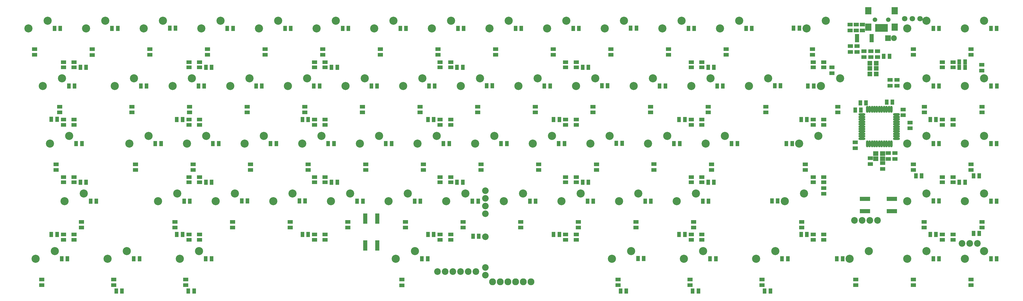
<source format=gbr>
G04 #@! TF.FileFunction,Soldermask,Bot*
%FSLAX46Y46*%
G04 Gerber Fmt 4.6, Leading zero omitted, Abs format (unit mm)*
G04 Created by KiCad (PCBNEW 4.0.2-stable) date 7/14/2016 7:04:17 PM*
%MOMM*%
G01*
G04 APERTURE LIST*
%ADD10C,0.100000*%
%ADD11C,2.686000*%
%ADD12C,1.800000*%
%ADD13R,1.289000X1.797000*%
%ADD14R,1.797000X1.289000*%
%ADD15R,1.400000X3.500000*%
%ADD16R,3.500000X1.400000*%
%ADD17C,2.200000*%
%ADD18O,0.806400X2.299920*%
%ADD19O,2.299920X0.806400*%
%ADD20R,1.598880X1.598880*%
%ADD21R,1.700000X1.250000*%
%ADD22R,1.800000X1.600000*%
%ADD23C,2.178000*%
%ADD24C,2.279600*%
%ADD25C,1.924000*%
%ADD26R,1.924000X1.924000*%
%ADD27R,1.400000X0.690000*%
%ADD28R,2.000000X2.400000*%
%ADD29R,0.990000X2.600000*%
%ADD30C,1.500000*%
G04 APERTURE END LIST*
D10*
D11*
X362873750Y-65597500D03*
X356523750Y-68137500D03*
X362873750Y-103697500D03*
X356523750Y-106237500D03*
D12*
X355635950Y-64932850D03*
X358175950Y-64932850D03*
X360715950Y-64932850D03*
D13*
X366018450Y-136292850D03*
X364113450Y-136292850D03*
X323328450Y-136292850D03*
X321423450Y-136292850D03*
X282998450Y-136292850D03*
X281093450Y-136292850D03*
X241488450Y-136292850D03*
X239583450Y-136292850D03*
X199978450Y-136292850D03*
X198073450Y-136292850D03*
X158488450Y-136292850D03*
X156583450Y-136292850D03*
X116968450Y-136292850D03*
X115063450Y-136292850D03*
X75468450Y-136292850D03*
X73563450Y-136292850D03*
X373723450Y-119052850D03*
X375628450Y-119052850D03*
D14*
X328915950Y-120950350D03*
X328915950Y-122855350D03*
D13*
X290703450Y-119052850D03*
X292608450Y-119052850D03*
X249193450Y-119032850D03*
X251098450Y-119032850D03*
X207693450Y-119052850D03*
X209598450Y-119052850D03*
X166183450Y-119052850D03*
X168088450Y-119052850D03*
X124673450Y-119052850D03*
X126578450Y-119052850D03*
X83163450Y-119052850D03*
X85068450Y-119052850D03*
X366008450Y-98292850D03*
X364103450Y-98292850D03*
X323338450Y-98292850D03*
X321433450Y-98292850D03*
X282998450Y-98292850D03*
X281093450Y-98292850D03*
X241488450Y-98292850D03*
X239583450Y-98292850D03*
X199978450Y-98292850D03*
X198073450Y-98292850D03*
X158488450Y-98292850D03*
X156583450Y-98292850D03*
X116968450Y-98302850D03*
X115063450Y-98302850D03*
X75458450Y-98232850D03*
X73553450Y-98232850D03*
X373723450Y-81052850D03*
X375628450Y-81052850D03*
D14*
X331565950Y-81050350D03*
X331565950Y-82955350D03*
D13*
X290703450Y-81052850D03*
X292608450Y-81052850D03*
X249193450Y-81052850D03*
X251098450Y-81052850D03*
X166183450Y-81052850D03*
X168088450Y-81052850D03*
X124673450Y-81052850D03*
X126578450Y-81052850D03*
X83163450Y-81052850D03*
X85068450Y-81052850D03*
D14*
X377565950Y-151170350D03*
X377565950Y-153075350D03*
X358515950Y-151170350D03*
X358515950Y-153075350D03*
X339465950Y-151170350D03*
X339465950Y-153075350D03*
X308515950Y-151170350D03*
X308515950Y-153075350D03*
X284715950Y-151170350D03*
X284715950Y-153075350D03*
X260890950Y-151170350D03*
X260890950Y-153075350D03*
X189465950Y-151220350D03*
X189465950Y-153125350D03*
X118015950Y-151170350D03*
X118015950Y-153075350D03*
X94190950Y-151170350D03*
X94190950Y-153075350D03*
X70390950Y-151170350D03*
X70390950Y-153075350D03*
X381190950Y-134025350D03*
X381190950Y-132120350D03*
X362115950Y-134025350D03*
X362115950Y-132120350D03*
X321640950Y-134025350D03*
X321640950Y-132120350D03*
X285915950Y-134025350D03*
X285915950Y-132120350D03*
X266865950Y-134025350D03*
X266865950Y-132120350D03*
X247815950Y-134025350D03*
X247815950Y-132120350D03*
X228765950Y-134025350D03*
X228765950Y-132120350D03*
X209715950Y-134025350D03*
X209715950Y-132120350D03*
X190665950Y-134025350D03*
X190665950Y-132120350D03*
X171615950Y-134025350D03*
X171615950Y-132120350D03*
X152565950Y-134025350D03*
X152565950Y-132120350D03*
X133515950Y-134025350D03*
X133515950Y-132120350D03*
X114465950Y-134025350D03*
X114465950Y-132120350D03*
X83515950Y-134025350D03*
X83515950Y-132120350D03*
X377565950Y-113070350D03*
X377565950Y-114975350D03*
X358540950Y-113070350D03*
X358540950Y-114975350D03*
X322815950Y-113070350D03*
X322815950Y-114975350D03*
X291840950Y-113070350D03*
X291840950Y-114975350D03*
X272790950Y-113020350D03*
X272790950Y-114925350D03*
X253765950Y-113070350D03*
X253765950Y-114975350D03*
X234690950Y-113070350D03*
X234690950Y-114975350D03*
X215640950Y-113070350D03*
X215640950Y-114975350D03*
X196590950Y-113070350D03*
X196590950Y-114975350D03*
X177540950Y-113070350D03*
X177540950Y-114975350D03*
X158490950Y-113070350D03*
X158490950Y-114975350D03*
X139440950Y-113070350D03*
X139440950Y-114975350D03*
X120415950Y-113070350D03*
X120415950Y-114975350D03*
X101365950Y-113070350D03*
X101365950Y-114975350D03*
X75165950Y-113070350D03*
X75165950Y-114975350D03*
X381190950Y-95925350D03*
X381190950Y-94020350D03*
X362140950Y-95925350D03*
X362140950Y-94020350D03*
X333565950Y-95925350D03*
X333565950Y-94020350D03*
X309740950Y-95925350D03*
X309740950Y-94020350D03*
X290690950Y-95925350D03*
X290690950Y-94020350D03*
X271640950Y-95925350D03*
X271640950Y-94020350D03*
X252590950Y-95925350D03*
X252590950Y-94020350D03*
X233540950Y-95925350D03*
X233540950Y-94020350D03*
X214490950Y-95925350D03*
X214490950Y-94020350D03*
X195440950Y-95925350D03*
X195440950Y-94020350D03*
X176390950Y-95925350D03*
X176390950Y-94020350D03*
X157340950Y-95925350D03*
X157340950Y-94020350D03*
X138290950Y-95925350D03*
X138290950Y-94020350D03*
X119240950Y-95925350D03*
X119240950Y-94020350D03*
X100190950Y-95925350D03*
X100190950Y-94020350D03*
X76365950Y-95925350D03*
X76365950Y-94020350D03*
X377565950Y-74970350D03*
X377565950Y-76875350D03*
X358515950Y-74970350D03*
X358515950Y-76875350D03*
X325190950Y-74970350D03*
X325190950Y-76875350D03*
X296615950Y-74970350D03*
X296615950Y-76875350D03*
X277565950Y-74970350D03*
X277565950Y-76875350D03*
X258515950Y-74970350D03*
X258515950Y-76875350D03*
X239465950Y-74970350D03*
X239465950Y-76875350D03*
X220415950Y-74970350D03*
X220415950Y-76875350D03*
X201365950Y-74970350D03*
X201365950Y-76875350D03*
X182315950Y-74970350D03*
X182315950Y-76875350D03*
X163265950Y-74970350D03*
X163265950Y-76875350D03*
X144215950Y-74970350D03*
X144215950Y-76875350D03*
X125165950Y-74970350D03*
X125165950Y-76875350D03*
X106115950Y-74970350D03*
X106115950Y-76875350D03*
X87065950Y-75020350D03*
X87065950Y-76925350D03*
X68015950Y-74960350D03*
X68015950Y-76865350D03*
D11*
X381923750Y-141797500D03*
X375573750Y-144337500D03*
X362873750Y-141797500D03*
X356523750Y-144337500D03*
X343823750Y-141797500D03*
X337473750Y-144337500D03*
X312867500Y-141797500D03*
X306517500Y-144337500D03*
X289055000Y-141797500D03*
X282705000Y-144337500D03*
X265242500Y-141797500D03*
X258892500Y-144337500D03*
X193805000Y-141797500D03*
X187455000Y-144337500D03*
X122367500Y-141797500D03*
X116017500Y-144337500D03*
X98555000Y-141797500D03*
X92205000Y-144337500D03*
X74742500Y-141797500D03*
X68392500Y-144337500D03*
X381923750Y-122747500D03*
X375573750Y-125287500D03*
X362873750Y-122747500D03*
X356523750Y-125287500D03*
X322392500Y-122747500D03*
X316042500Y-125287500D03*
X286673750Y-122747500D03*
X280323750Y-125287500D03*
X267623750Y-122747500D03*
X261273750Y-125287500D03*
X248573750Y-122747500D03*
X242223750Y-125287500D03*
X229523750Y-122747500D03*
X223173750Y-125287500D03*
X210473750Y-122747500D03*
X204123750Y-125287500D03*
X191423750Y-122747500D03*
X185073750Y-125287500D03*
X172373750Y-122747500D03*
X166023750Y-125287500D03*
X153323750Y-122747500D03*
X146973750Y-125287500D03*
X134273750Y-122747500D03*
X127923750Y-125287500D03*
X115223750Y-122747500D03*
X108873750Y-125287500D03*
X84267500Y-122747500D03*
X77917500Y-125287500D03*
X381923750Y-103697500D03*
X375573750Y-106237500D03*
X327155000Y-103697500D03*
X320805000Y-106237500D03*
X296198750Y-103697500D03*
X289848750Y-106237500D03*
X277148750Y-103697500D03*
X270798750Y-106237500D03*
X258098750Y-103697500D03*
X251748750Y-106237500D03*
X239048750Y-103697500D03*
X232698750Y-106237500D03*
X219998750Y-103697500D03*
X213648750Y-106237500D03*
X200948750Y-103697500D03*
X194598750Y-106237500D03*
X162848750Y-103697500D03*
X156498750Y-106237500D03*
X143798750Y-103697500D03*
X137448750Y-106237500D03*
X124748750Y-103697500D03*
X118398750Y-106237500D03*
X105698750Y-103697500D03*
X99348750Y-106237500D03*
X79505000Y-103697500D03*
X73155000Y-106237500D03*
X381923750Y-84647500D03*
X375573750Y-87187500D03*
X362873750Y-84647500D03*
X356523750Y-87187500D03*
X334298950Y-84643250D03*
X327948950Y-87183250D03*
X310485950Y-84643250D03*
X304135950Y-87183250D03*
X291435550Y-84643250D03*
X285085550Y-87183250D03*
X272385150Y-84643250D03*
X266035150Y-87183250D03*
X253334750Y-84643250D03*
X246984750Y-87183250D03*
X234284350Y-84643250D03*
X227934350Y-87183250D03*
X215236250Y-84647500D03*
X208886250Y-87187500D03*
X196186250Y-84647500D03*
X189836250Y-87187500D03*
X177136250Y-84647500D03*
X170786250Y-87187500D03*
X158086250Y-84647500D03*
X151736250Y-87187500D03*
X139036250Y-84647500D03*
X132686250Y-87187500D03*
X119986250Y-84647500D03*
X113636250Y-87187500D03*
X100931550Y-84643250D03*
X94581550Y-87183250D03*
X77118550Y-84643250D03*
X70768550Y-87183250D03*
X381923750Y-65597500D03*
X375573750Y-68137500D03*
X329536350Y-65592850D03*
X323186350Y-68132850D03*
X300960750Y-65592850D03*
X294610750Y-68132850D03*
X281910350Y-65592850D03*
X275560350Y-68132850D03*
X262859950Y-65592850D03*
X256509950Y-68132850D03*
X243809550Y-65592850D03*
X237459550Y-68132850D03*
X224759150Y-65592850D03*
X218409150Y-68132850D03*
X205708750Y-65592850D03*
X199358750Y-68132850D03*
X186658350Y-65592850D03*
X180308350Y-68132850D03*
X167607950Y-65592850D03*
X161257950Y-68132850D03*
X148557550Y-65592850D03*
X142207550Y-68132850D03*
X129507150Y-65592850D03*
X123157150Y-68132850D03*
X110456750Y-65592850D03*
X104106750Y-68132850D03*
X91406350Y-65592850D03*
X85056350Y-68132850D03*
X72355950Y-65592850D03*
X66005950Y-68132850D03*
D14*
X353115939Y-87075358D03*
X353115939Y-85170358D03*
X350865939Y-87075358D03*
X350865939Y-85170358D03*
D15*
X177334450Y-131032850D03*
X181334950Y-139932850D03*
X177336950Y-139932850D03*
X181334950Y-131032850D03*
D16*
X351405950Y-124571350D03*
X342505950Y-128571850D03*
X342505950Y-124573850D03*
X351405950Y-128571850D03*
D17*
X203745950Y-148572850D03*
X201205950Y-148572850D03*
X377155950Y-139252850D03*
X346675950Y-131632850D03*
X379695950Y-139252850D03*
X206285950Y-148572850D03*
X208825950Y-148572850D03*
X213905950Y-148572850D03*
X211365950Y-148572850D03*
X374615950Y-139252850D03*
X339055950Y-131632850D03*
X344135950Y-131632850D03*
X341595950Y-131632850D03*
D18*
X347260050Y-94900650D03*
X348060150Y-94900650D03*
X348860250Y-94900650D03*
X349660350Y-94900650D03*
X350460450Y-94900650D03*
X351260550Y-94900650D03*
X346459950Y-94900650D03*
X345659850Y-94900650D03*
X344859750Y-94900650D03*
X344059650Y-94900650D03*
X343259550Y-94900650D03*
X347260050Y-106330650D03*
X348060150Y-106330650D03*
X348860250Y-106330650D03*
X349660350Y-106330650D03*
X350460450Y-106330650D03*
X351260550Y-106330650D03*
X346459950Y-106330650D03*
X345659850Y-106330650D03*
X344859750Y-106330650D03*
X344059650Y-106330650D03*
X343259550Y-106330650D03*
D19*
X352975050Y-100615650D03*
X341545050Y-100615650D03*
X352975050Y-101415750D03*
X341545050Y-101415750D03*
X341545050Y-102215850D03*
X352975050Y-102215850D03*
X352975050Y-103015950D03*
X341545050Y-103015950D03*
X341545050Y-103816050D03*
X352975050Y-103816050D03*
X352975050Y-104616150D03*
X341545050Y-104616150D03*
X341545050Y-99815550D03*
X352975050Y-99815550D03*
X352975050Y-99015450D03*
X341545050Y-99015450D03*
X341545050Y-98215350D03*
X352975050Y-98215350D03*
X352975050Y-97415250D03*
X341545050Y-97415250D03*
X341545050Y-96615150D03*
X352975050Y-96615150D03*
D20*
X346264970Y-81372850D03*
X344166930Y-81372850D03*
X346264970Y-79672850D03*
X344166930Y-79672850D03*
X346264970Y-83172850D03*
X344166930Y-83172850D03*
D13*
X340973450Y-92752850D03*
X342878450Y-92752850D03*
D14*
X350195950Y-109390350D03*
X350195950Y-111295350D03*
X339345950Y-105860350D03*
X339345950Y-107765350D03*
D13*
X351628450Y-92512850D03*
X349723450Y-92512850D03*
X311278450Y-155032850D03*
X309373450Y-155032850D03*
X287458450Y-155042850D03*
X285553450Y-155042850D03*
X263638450Y-155032850D03*
X261733450Y-155032850D03*
X120768450Y-155032850D03*
X118863450Y-155032850D03*
X96928439Y-155042858D03*
X95023439Y-155042858D03*
X380328450Y-135982850D03*
X378423450Y-135982850D03*
X380318450Y-116942850D03*
X378413450Y-116942850D03*
X361278450Y-116932850D03*
X359373450Y-116932850D03*
D14*
X337655950Y-68785350D03*
X337655950Y-66880350D03*
X339675950Y-68785350D03*
X339675950Y-66880350D03*
X355135950Y-96875350D03*
X355135950Y-94970350D03*
D21*
X368115950Y-119047850D03*
X368115950Y-117297850D03*
X371615950Y-117297850D03*
X371615950Y-119047850D03*
X325435950Y-119047850D03*
X325435950Y-117297850D03*
X328935950Y-117297850D03*
X328935950Y-119047850D03*
X285105950Y-119047850D03*
X285105950Y-117297850D03*
X288605950Y-117297850D03*
X288605950Y-119047850D03*
X243595950Y-119047850D03*
X243595950Y-117297850D03*
X247095950Y-117297850D03*
X247095950Y-119047850D03*
X202085950Y-119047850D03*
X202085950Y-117297850D03*
X205585950Y-117297850D03*
X205585950Y-119047850D03*
X247095950Y-98297850D03*
X247095950Y-100047850D03*
X243595950Y-100047850D03*
X243595950Y-98297850D03*
X285100950Y-81047850D03*
X285100950Y-79297850D03*
X288600950Y-79297850D03*
X288600950Y-81047850D03*
X160579950Y-81047850D03*
X160579950Y-79297850D03*
X164079950Y-79297850D03*
X164079950Y-81047850D03*
X77565950Y-81047850D03*
X77565950Y-79297850D03*
X81065950Y-79297850D03*
X81065950Y-81047850D03*
X160585950Y-119047850D03*
X160585950Y-117297850D03*
X164085950Y-117297850D03*
X164085950Y-119047850D03*
X119065950Y-119047850D03*
X119065950Y-117297850D03*
X122565950Y-117297850D03*
X122565950Y-119047850D03*
X77565950Y-119047850D03*
X77565950Y-117297850D03*
X81065950Y-117297850D03*
X81065950Y-119047850D03*
X371615950Y-98297850D03*
X371615950Y-100047850D03*
X368115950Y-100047850D03*
X368115950Y-98297850D03*
X328935950Y-98297850D03*
X328935950Y-100047850D03*
X325435950Y-100047850D03*
X325435950Y-98297850D03*
X288605950Y-98297850D03*
X288605950Y-100047850D03*
X285105950Y-100047850D03*
X285105950Y-98297850D03*
X205585950Y-98297850D03*
X205585950Y-100047850D03*
X202085950Y-100047850D03*
X202085950Y-98297850D03*
X164085950Y-98297850D03*
X164085950Y-100047850D03*
X160585950Y-100047850D03*
X160585950Y-98297850D03*
X122565950Y-98297850D03*
X122565950Y-100047850D03*
X119065950Y-100047850D03*
X119065950Y-98297850D03*
X81065950Y-98297850D03*
X81065950Y-100047850D03*
X77565950Y-100047850D03*
X77565950Y-98297850D03*
X368115950Y-81047850D03*
X368115950Y-79297850D03*
X371615950Y-79297850D03*
X371615950Y-81047850D03*
X325427950Y-81047850D03*
X325427950Y-79297850D03*
X328927950Y-79297850D03*
X328927950Y-81047850D03*
X243593950Y-81047850D03*
X243593950Y-79297850D03*
X247093950Y-79297850D03*
X247093950Y-81047850D03*
X202086950Y-81047850D03*
X202086950Y-79297850D03*
X205586950Y-79297850D03*
X205586950Y-81047850D03*
X119072950Y-81047850D03*
X119072950Y-79297850D03*
X122572950Y-79297850D03*
X122572950Y-81047850D03*
D22*
X348390050Y-109525650D03*
X346090050Y-109525650D03*
X348390050Y-111225650D03*
X346090050Y-111225650D03*
D23*
X217085950Y-149742850D03*
X217085950Y-147202850D03*
X217085950Y-137042850D03*
X217085950Y-129422850D03*
X217085950Y-126882850D03*
X217085950Y-124342850D03*
X217085950Y-121802850D03*
D24*
X219426950Y-151972850D03*
X221966950Y-151972850D03*
X224506950Y-151972850D03*
X227046950Y-151972850D03*
X229586950Y-151972850D03*
X232126950Y-151972850D03*
D25*
X352135950Y-71392850D03*
D26*
X350135950Y-71392850D03*
D13*
X212953450Y-136912850D03*
X214858450Y-136912850D03*
X341188450Y-95162850D03*
X339283450Y-95162850D03*
D14*
X352425950Y-109390350D03*
X352425950Y-111295350D03*
X344275950Y-111070350D03*
X344275950Y-112975350D03*
X348385950Y-112690350D03*
X348385950Y-114595350D03*
X357445950Y-101175350D03*
X357445950Y-99270350D03*
D13*
X373723450Y-79252850D03*
X375628450Y-79252850D03*
D14*
X381135950Y-80200350D03*
X381135950Y-82105350D03*
X337685950Y-75915350D03*
X337685950Y-74010350D03*
X339935950Y-75915350D03*
X339935950Y-74010350D03*
X344465950Y-75720350D03*
X344465950Y-77625350D03*
X346715950Y-75720350D03*
X346715950Y-77625350D03*
X342215950Y-75720350D03*
X342215950Y-77625350D03*
D21*
X81065950Y-136297850D03*
X81065950Y-138047850D03*
X77565950Y-138047850D03*
X77565950Y-136297850D03*
X122565950Y-136297850D03*
X122565950Y-138047850D03*
X119065950Y-138047850D03*
X119065950Y-136297850D03*
X164085950Y-136297850D03*
X164085950Y-138047850D03*
X160585950Y-138047850D03*
X160585950Y-136297850D03*
X205585950Y-136297850D03*
X205585950Y-138047850D03*
X202085950Y-138047850D03*
X202085950Y-136297850D03*
X247095950Y-136297850D03*
X247095950Y-138047850D03*
X243595950Y-138047850D03*
X243595950Y-136297850D03*
X288605950Y-136297850D03*
X288605950Y-138047850D03*
X285105950Y-138047850D03*
X285105950Y-136297850D03*
X328935950Y-136297850D03*
X328935950Y-138047850D03*
X325435950Y-138047850D03*
X325435950Y-136297850D03*
X371615950Y-136297850D03*
X371615950Y-138047850D03*
X368115950Y-138047850D03*
X368115950Y-136297850D03*
D13*
X350618450Y-77362850D03*
X348713450Y-77362850D03*
D11*
X181898750Y-103697500D03*
X175548750Y-106237500D03*
D13*
X74613450Y-68132850D03*
X76518450Y-68132850D03*
X93648450Y-68112850D03*
X95553450Y-68112850D03*
X112708450Y-68092850D03*
X114613450Y-68092850D03*
X131748450Y-68102850D03*
X133653450Y-68102850D03*
X150803450Y-68107850D03*
X152708450Y-68107850D03*
X169853450Y-68107850D03*
X171758450Y-68107850D03*
X188903450Y-68107850D03*
X190808450Y-68107850D03*
X207953450Y-68107850D03*
X209858450Y-68107850D03*
X227003450Y-68107850D03*
X228908450Y-68107850D03*
X246053450Y-68107850D03*
X247958450Y-68107850D03*
X265098450Y-68092850D03*
X267003450Y-68092850D03*
X284153450Y-68107850D03*
X286058450Y-68107850D03*
X303203450Y-68107850D03*
X305108450Y-68107850D03*
X320833450Y-68082850D03*
X318928450Y-68082850D03*
X365128450Y-68107850D03*
X367033450Y-68107850D03*
X384178450Y-68112850D03*
X386083450Y-68112850D03*
X79368450Y-87162850D03*
X81273450Y-87162850D03*
X103168450Y-87152850D03*
X105073450Y-87152850D03*
X122218450Y-87162850D03*
X124123450Y-87162850D03*
X141268450Y-87162850D03*
X143173450Y-87162850D03*
X160348450Y-87162850D03*
X162253450Y-87162850D03*
X179368450Y-87172850D03*
X181273450Y-87172850D03*
X198418450Y-87172850D03*
X200323450Y-87172850D03*
X217468450Y-87132850D03*
X219373450Y-87132850D03*
X236528450Y-87152850D03*
X238433450Y-87152850D03*
X255568450Y-87142850D03*
X257473450Y-87142850D03*
X274638450Y-87152850D03*
X276543450Y-87152850D03*
X293658450Y-87152850D03*
X295563450Y-87152850D03*
X312718450Y-87132850D03*
X314623450Y-87132850D03*
X325593450Y-87152850D03*
X323688450Y-87152850D03*
X365128450Y-87172850D03*
X367033450Y-87172850D03*
X384188450Y-87182850D03*
X386093450Y-87182850D03*
X81758450Y-106222850D03*
X83663450Y-106222850D03*
X107928450Y-106212850D03*
X109833450Y-106212850D03*
X126988450Y-106212850D03*
X128893450Y-106212850D03*
X146028450Y-106212850D03*
X147933450Y-106212850D03*
X165108450Y-106212850D03*
X167013450Y-106212850D03*
X184138450Y-106212850D03*
X186043450Y-106212850D03*
X203188450Y-106212850D03*
X205093450Y-106212850D03*
X222258450Y-106212850D03*
X224163450Y-106212850D03*
X241288450Y-106222850D03*
X243193450Y-106222850D03*
X260338450Y-106192850D03*
X262243450Y-106192850D03*
X279408450Y-106212850D03*
X281313450Y-106212850D03*
X298438450Y-106212850D03*
X300343450Y-106212850D03*
X318453450Y-106212850D03*
X316548450Y-106212850D03*
X365118450Y-106222850D03*
X367023450Y-106222850D03*
X384168450Y-106222850D03*
X386073450Y-106222850D03*
X86548450Y-125262850D03*
X88453450Y-125262850D03*
X117468450Y-125272850D03*
X119373450Y-125272850D03*
X136518450Y-125242850D03*
X138423450Y-125242850D03*
X155568450Y-125232850D03*
X157473450Y-125232850D03*
X174638450Y-125262850D03*
X176543450Y-125262850D03*
X193668450Y-125262850D03*
X195573450Y-125262850D03*
X212748450Y-125262850D03*
X214653450Y-125262850D03*
X231778450Y-125272850D03*
X233683450Y-125272850D03*
X250828450Y-125262850D03*
X252733450Y-125262850D03*
X269868450Y-125262850D03*
X271773450Y-125262850D03*
X288928450Y-125262850D03*
X290833450Y-125262850D03*
X313683450Y-125242850D03*
X311778450Y-125242850D03*
X365128450Y-125232850D03*
X367033450Y-125232850D03*
X384178450Y-125272850D03*
X386083450Y-125272850D03*
X76998450Y-144302850D03*
X78903450Y-144302850D03*
X100808450Y-144302850D03*
X102713450Y-144302850D03*
X124638450Y-144312850D03*
X126543450Y-144312850D03*
X196058450Y-144302850D03*
X197963450Y-144302850D03*
X267488450Y-144292850D03*
X269393450Y-144292850D03*
X291318450Y-144312850D03*
X293223450Y-144312850D03*
X315118450Y-144312850D03*
X317023450Y-144312850D03*
X335123450Y-144302850D03*
X333218450Y-144302850D03*
X365118450Y-144302850D03*
X367023450Y-144302850D03*
X384168450Y-144302850D03*
X386073450Y-144302850D03*
X207683450Y-81052850D03*
X209588450Y-81052850D03*
D27*
X344765950Y-70372850D03*
X344765950Y-70872850D03*
X339865950Y-71372850D03*
X344765950Y-71872850D03*
X344765950Y-72372850D03*
X339865950Y-72372850D03*
X339865950Y-71872850D03*
X344765950Y-71372850D03*
X339865950Y-70872850D03*
X339865950Y-70372850D03*
D28*
X352345950Y-62262850D03*
X343645950Y-62262850D03*
X343645950Y-67762850D03*
X352345950Y-67762850D03*
D29*
X347995950Y-67962850D03*
X347195850Y-67962850D03*
X346395750Y-67962850D03*
X348795950Y-67962850D03*
X349595950Y-67962850D03*
D30*
X345795950Y-65262850D03*
X350195950Y-65262850D03*
D14*
X341675950Y-68785350D03*
X341675950Y-66880350D03*
M02*

</source>
